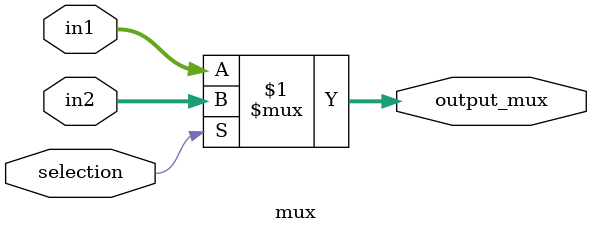
<source format=v>
/*
Function
_________
Mux without reg output means only combinational always or assign statment


Mapping
_______
mux # ( .FIXED_POINT())
(
  .in1       ,
  .in2       ,
  .selection ,
  .output_mux
);


*/


module  mux # (parameter FIXED_POINT=16)
  (
    input     wire          [FIXED_POINT-1:0]     in1       ,
    input     wire          [FIXED_POINT-1:0]     in2       ,
    input     wire                                selection ,
    output    wire           [FIXED_POINT-1:0]     output_mux
  );
  
  assign output_mux = selection?  in2:in1;
  /*
  always@(*)
  begin
    if(selection)
      begin
        output_mux  = in2;
      end
    else
      begin
        output_mux = in1;
      end
  end
  */
endmodule

</source>
